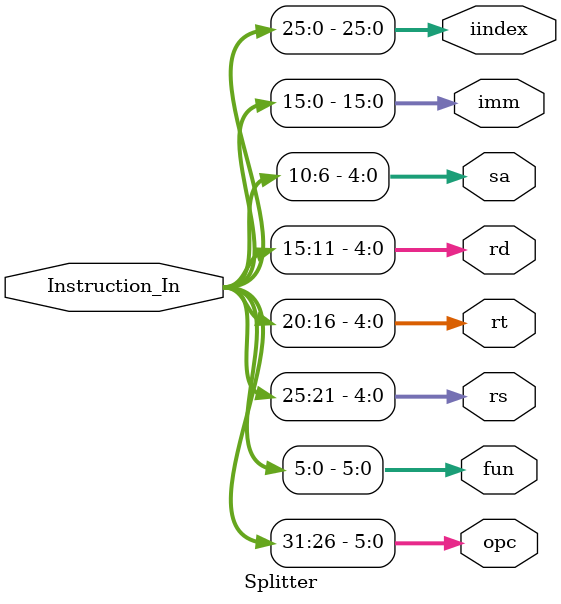
<source format=v>
module Splitter(
	input [31:0] Instruction_In,
	output[5:0] opc, fun,
	output[4:0] rs, rt, rd, sa,
	output[15:0] imm,
	output[25:0] iindex
);

assign opc = Instruction_In[31:26];
assign rs = Instruction_In[25:21];
assign rt = Instruction_In[20:16];
assign rd = Instruction_In[15:11];
assign sa = Instruction_In[10:6];
assign fun = Instruction_In[5:0];

assign imm = Instruction_In[15:0];
assign iindex = Instruction_In[25:0];

endmodule
</source>
